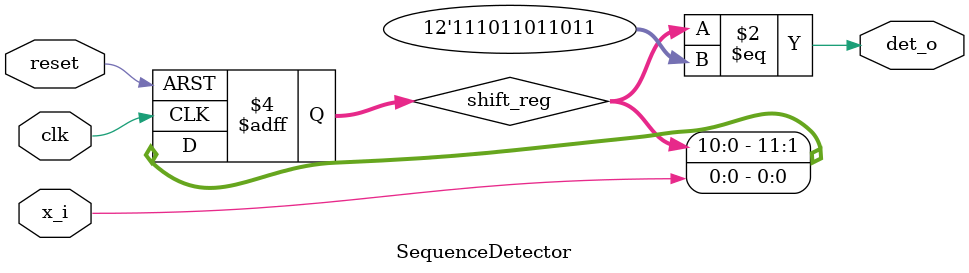
<source format=sv>
module SequenceDetector (
    input     logic        clk,
    input     logic        reset,
    input     logic        x_i,    //-> Serial input
    output    logic        det_o   //-> Output asserted when sequence is detected
);

    parameter SEQ = 12'b111011011011;
    parameter LEN = 12;


  logic [LEN-1:0] shift_reg = 12'b0;

    always_ff @(posedge clk or posedge reset) begin
        if(reset)
            shift_reg <= 0;
        else
            shift_reg <= {shift_reg[LEN-2:0],x_i};
    end

    assign det_o = (shift_reg == SEQ);
    
endmodule

</source>
